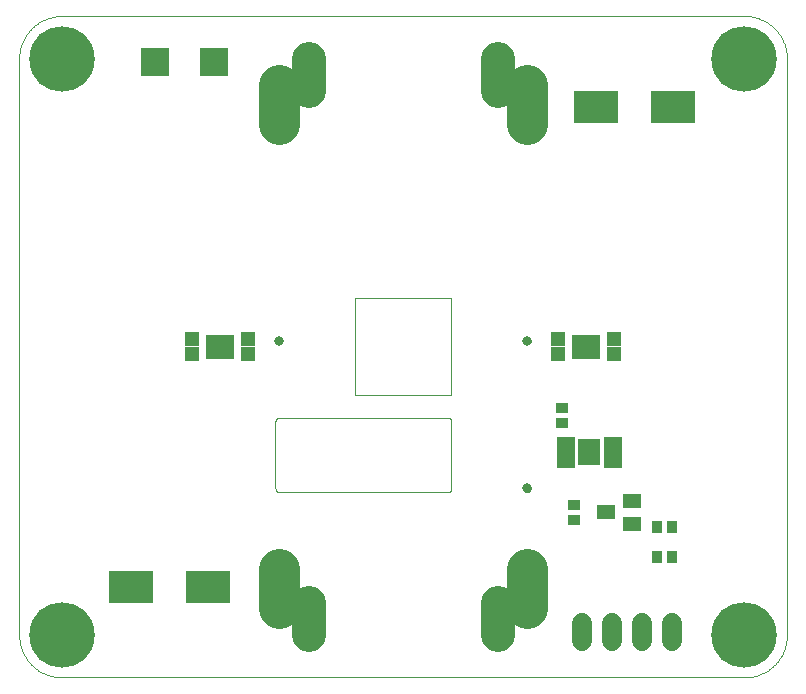
<source format=gts>
G75*
%MOIN*%
%OFA0B0*%
%FSLAX25Y25*%
%IPPOS*%
%LPD*%
%AMOC8*
5,1,8,0,0,1.08239X$1,22.5*
%
%ADD10C,0.00000*%
%ADD11C,0.03162*%
%ADD12R,0.06312X0.04737*%
%ADD13R,0.06115X0.02572*%
%ADD14R,0.07493X0.08674*%
%ADD15R,0.05131X0.04737*%
%ADD16R,0.09461X0.07887*%
%ADD17R,0.04343X0.03556*%
%ADD18R,0.03556X0.04343*%
%ADD19C,0.13792*%
%ADD20C,0.11430*%
%ADD21R,0.14580X0.10643*%
%ADD22C,0.21800*%
%ADD23C,0.06800*%
%ADD24R,0.09400X0.09400*%
D10*
X0016773Y0003000D02*
X0244332Y0003000D01*
X0244674Y0003004D01*
X0245017Y0003017D01*
X0245359Y0003037D01*
X0245700Y0003066D01*
X0246040Y0003103D01*
X0246380Y0003149D01*
X0246718Y0003202D01*
X0247055Y0003264D01*
X0247390Y0003334D01*
X0247724Y0003412D01*
X0248055Y0003498D01*
X0248385Y0003592D01*
X0248712Y0003694D01*
X0249036Y0003803D01*
X0249358Y0003921D01*
X0249677Y0004046D01*
X0249992Y0004179D01*
X0250305Y0004320D01*
X0250613Y0004468D01*
X0250919Y0004623D01*
X0251220Y0004786D01*
X0251517Y0004956D01*
X0251810Y0005133D01*
X0252099Y0005318D01*
X0252383Y0005509D01*
X0252663Y0005707D01*
X0252937Y0005911D01*
X0253207Y0006123D01*
X0253471Y0006340D01*
X0253730Y0006564D01*
X0253984Y0006795D01*
X0254232Y0007031D01*
X0254474Y0007273D01*
X0254710Y0007521D01*
X0254941Y0007775D01*
X0255165Y0008034D01*
X0255382Y0008298D01*
X0255594Y0008568D01*
X0255798Y0008842D01*
X0255996Y0009122D01*
X0256187Y0009406D01*
X0256372Y0009695D01*
X0256549Y0009988D01*
X0256719Y0010285D01*
X0256882Y0010586D01*
X0257037Y0010892D01*
X0257185Y0011200D01*
X0257326Y0011513D01*
X0257459Y0011828D01*
X0257584Y0012147D01*
X0257702Y0012469D01*
X0257811Y0012793D01*
X0257913Y0013120D01*
X0258007Y0013450D01*
X0258093Y0013781D01*
X0258171Y0014115D01*
X0258241Y0014450D01*
X0258303Y0014787D01*
X0258356Y0015125D01*
X0258402Y0015465D01*
X0258439Y0015805D01*
X0258468Y0016146D01*
X0258488Y0016488D01*
X0258501Y0016831D01*
X0258505Y0017173D01*
X0258506Y0017173D02*
X0258506Y0209299D01*
X0258505Y0209299D02*
X0258501Y0209641D01*
X0258488Y0209984D01*
X0258468Y0210326D01*
X0258439Y0210667D01*
X0258402Y0211007D01*
X0258356Y0211347D01*
X0258303Y0211685D01*
X0258241Y0212022D01*
X0258171Y0212357D01*
X0258093Y0212691D01*
X0258007Y0213022D01*
X0257913Y0213352D01*
X0257811Y0213679D01*
X0257702Y0214003D01*
X0257584Y0214325D01*
X0257459Y0214644D01*
X0257326Y0214959D01*
X0257185Y0215272D01*
X0257037Y0215580D01*
X0256882Y0215886D01*
X0256719Y0216187D01*
X0256549Y0216484D01*
X0256372Y0216777D01*
X0256187Y0217066D01*
X0255996Y0217350D01*
X0255798Y0217630D01*
X0255594Y0217904D01*
X0255382Y0218174D01*
X0255165Y0218438D01*
X0254941Y0218697D01*
X0254710Y0218951D01*
X0254474Y0219199D01*
X0254232Y0219441D01*
X0253984Y0219677D01*
X0253730Y0219908D01*
X0253471Y0220132D01*
X0253207Y0220349D01*
X0252937Y0220561D01*
X0252663Y0220765D01*
X0252383Y0220963D01*
X0252099Y0221154D01*
X0251810Y0221339D01*
X0251517Y0221516D01*
X0251220Y0221686D01*
X0250919Y0221849D01*
X0250613Y0222004D01*
X0250305Y0222152D01*
X0249992Y0222293D01*
X0249677Y0222426D01*
X0249358Y0222551D01*
X0249036Y0222669D01*
X0248712Y0222778D01*
X0248385Y0222880D01*
X0248055Y0222974D01*
X0247724Y0223060D01*
X0247390Y0223138D01*
X0247055Y0223208D01*
X0246718Y0223270D01*
X0246380Y0223323D01*
X0246040Y0223369D01*
X0245700Y0223406D01*
X0245359Y0223435D01*
X0245017Y0223455D01*
X0244674Y0223468D01*
X0244332Y0223472D01*
X0016773Y0223472D01*
X0016431Y0223468D01*
X0016088Y0223455D01*
X0015746Y0223435D01*
X0015405Y0223406D01*
X0015065Y0223369D01*
X0014725Y0223323D01*
X0014387Y0223270D01*
X0014050Y0223208D01*
X0013715Y0223138D01*
X0013381Y0223060D01*
X0013050Y0222974D01*
X0012720Y0222880D01*
X0012393Y0222778D01*
X0012069Y0222669D01*
X0011747Y0222551D01*
X0011428Y0222426D01*
X0011113Y0222293D01*
X0010800Y0222152D01*
X0010492Y0222004D01*
X0010186Y0221849D01*
X0009885Y0221686D01*
X0009588Y0221516D01*
X0009295Y0221339D01*
X0009006Y0221154D01*
X0008722Y0220963D01*
X0008442Y0220765D01*
X0008168Y0220561D01*
X0007898Y0220349D01*
X0007634Y0220132D01*
X0007375Y0219908D01*
X0007121Y0219677D01*
X0006873Y0219441D01*
X0006631Y0219199D01*
X0006395Y0218951D01*
X0006164Y0218697D01*
X0005940Y0218438D01*
X0005723Y0218174D01*
X0005511Y0217904D01*
X0005307Y0217630D01*
X0005109Y0217350D01*
X0004918Y0217066D01*
X0004733Y0216777D01*
X0004556Y0216484D01*
X0004386Y0216187D01*
X0004223Y0215886D01*
X0004068Y0215580D01*
X0003920Y0215272D01*
X0003779Y0214959D01*
X0003646Y0214644D01*
X0003521Y0214325D01*
X0003403Y0214003D01*
X0003294Y0213679D01*
X0003192Y0213352D01*
X0003098Y0213022D01*
X0003012Y0212691D01*
X0002934Y0212357D01*
X0002864Y0212022D01*
X0002802Y0211685D01*
X0002749Y0211347D01*
X0002703Y0211007D01*
X0002666Y0210667D01*
X0002637Y0210326D01*
X0002617Y0209984D01*
X0002604Y0209641D01*
X0002600Y0209299D01*
X0002600Y0017173D01*
X0002604Y0016831D01*
X0002617Y0016488D01*
X0002637Y0016146D01*
X0002666Y0015805D01*
X0002703Y0015465D01*
X0002749Y0015125D01*
X0002802Y0014787D01*
X0002864Y0014450D01*
X0002934Y0014115D01*
X0003012Y0013781D01*
X0003098Y0013450D01*
X0003192Y0013120D01*
X0003294Y0012793D01*
X0003403Y0012469D01*
X0003521Y0012147D01*
X0003646Y0011828D01*
X0003779Y0011513D01*
X0003920Y0011200D01*
X0004068Y0010892D01*
X0004223Y0010586D01*
X0004386Y0010285D01*
X0004556Y0009988D01*
X0004733Y0009695D01*
X0004918Y0009406D01*
X0005109Y0009122D01*
X0005307Y0008842D01*
X0005511Y0008568D01*
X0005723Y0008298D01*
X0005940Y0008034D01*
X0006164Y0007775D01*
X0006395Y0007521D01*
X0006631Y0007273D01*
X0006873Y0007031D01*
X0007121Y0006795D01*
X0007375Y0006564D01*
X0007634Y0006340D01*
X0007898Y0006123D01*
X0008168Y0005911D01*
X0008442Y0005707D01*
X0008722Y0005509D01*
X0009006Y0005318D01*
X0009295Y0005133D01*
X0009588Y0004956D01*
X0009885Y0004786D01*
X0010186Y0004623D01*
X0010492Y0004468D01*
X0010800Y0004320D01*
X0011113Y0004179D01*
X0011428Y0004046D01*
X0011747Y0003921D01*
X0012069Y0003803D01*
X0012393Y0003694D01*
X0012720Y0003592D01*
X0013050Y0003498D01*
X0013381Y0003412D01*
X0013715Y0003334D01*
X0014050Y0003264D01*
X0014387Y0003202D01*
X0014725Y0003149D01*
X0015065Y0003103D01*
X0015405Y0003066D01*
X0015746Y0003037D01*
X0016088Y0003017D01*
X0016431Y0003004D01*
X0016773Y0003000D01*
X0088033Y0066031D02*
X0088033Y0088433D01*
X0088035Y0088499D01*
X0088040Y0088565D01*
X0088050Y0088631D01*
X0088063Y0088696D01*
X0088079Y0088760D01*
X0088099Y0088823D01*
X0088123Y0088885D01*
X0088150Y0088945D01*
X0088180Y0089004D01*
X0088214Y0089061D01*
X0088251Y0089116D01*
X0088291Y0089169D01*
X0088333Y0089220D01*
X0088379Y0089268D01*
X0088427Y0089314D01*
X0088478Y0089356D01*
X0088531Y0089396D01*
X0088586Y0089433D01*
X0088643Y0089467D01*
X0088702Y0089497D01*
X0088762Y0089524D01*
X0088824Y0089548D01*
X0088887Y0089568D01*
X0088951Y0089584D01*
X0089016Y0089597D01*
X0089082Y0089607D01*
X0089148Y0089612D01*
X0089214Y0089614D01*
X0145513Y0089614D01*
X0145579Y0089612D01*
X0145645Y0089607D01*
X0145711Y0089597D01*
X0145776Y0089584D01*
X0145840Y0089568D01*
X0145903Y0089548D01*
X0145965Y0089524D01*
X0146025Y0089497D01*
X0146084Y0089467D01*
X0146141Y0089433D01*
X0146196Y0089396D01*
X0146249Y0089356D01*
X0146300Y0089314D01*
X0146348Y0089268D01*
X0146394Y0089220D01*
X0146436Y0089169D01*
X0146476Y0089116D01*
X0146513Y0089061D01*
X0146547Y0089004D01*
X0146577Y0088945D01*
X0146604Y0088885D01*
X0146628Y0088823D01*
X0146648Y0088760D01*
X0146664Y0088696D01*
X0146677Y0088631D01*
X0146687Y0088565D01*
X0146692Y0088499D01*
X0146694Y0088433D01*
X0146694Y0065992D01*
X0146692Y0065926D01*
X0146687Y0065860D01*
X0146677Y0065794D01*
X0146664Y0065729D01*
X0146648Y0065665D01*
X0146628Y0065602D01*
X0146604Y0065540D01*
X0146577Y0065480D01*
X0146547Y0065421D01*
X0146513Y0065364D01*
X0146476Y0065309D01*
X0146436Y0065256D01*
X0146394Y0065205D01*
X0146348Y0065157D01*
X0146300Y0065111D01*
X0146249Y0065069D01*
X0146196Y0065029D01*
X0146141Y0064992D01*
X0146084Y0064958D01*
X0146025Y0064928D01*
X0145965Y0064901D01*
X0145903Y0064877D01*
X0145840Y0064857D01*
X0145776Y0064841D01*
X0145711Y0064828D01*
X0145645Y0064818D01*
X0145579Y0064813D01*
X0145513Y0064811D01*
X0089214Y0064811D01*
X0089148Y0064813D01*
X0089082Y0064818D01*
X0089016Y0064828D01*
X0088951Y0064841D01*
X0088887Y0064857D01*
X0088824Y0064877D01*
X0088762Y0064901D01*
X0088702Y0064928D01*
X0088643Y0064958D01*
X0088586Y0064992D01*
X0088531Y0065029D01*
X0088478Y0065069D01*
X0088427Y0065111D01*
X0088379Y0065157D01*
X0088333Y0065205D01*
X0088291Y0065256D01*
X0088251Y0065309D01*
X0088214Y0065364D01*
X0088180Y0065421D01*
X0088150Y0065480D01*
X0088123Y0065540D01*
X0088099Y0065602D01*
X0088079Y0065665D01*
X0088063Y0065729D01*
X0088050Y0065794D01*
X0088040Y0065860D01*
X0088035Y0065926D01*
X0088033Y0065992D01*
X0114411Y0097094D02*
X0146694Y0097094D01*
X0146694Y0129378D01*
X0114411Y0129378D01*
X0114411Y0097094D01*
X0088033Y0115205D02*
X0088035Y0115274D01*
X0088041Y0115342D01*
X0088051Y0115410D01*
X0088065Y0115477D01*
X0088083Y0115544D01*
X0088104Y0115609D01*
X0088130Y0115673D01*
X0088159Y0115735D01*
X0088191Y0115795D01*
X0088227Y0115854D01*
X0088267Y0115910D01*
X0088309Y0115964D01*
X0088355Y0116015D01*
X0088404Y0116064D01*
X0088455Y0116110D01*
X0088509Y0116152D01*
X0088565Y0116192D01*
X0088623Y0116228D01*
X0088684Y0116260D01*
X0088746Y0116289D01*
X0088810Y0116315D01*
X0088875Y0116336D01*
X0088942Y0116354D01*
X0089009Y0116368D01*
X0089077Y0116378D01*
X0089145Y0116384D01*
X0089214Y0116386D01*
X0089283Y0116384D01*
X0089351Y0116378D01*
X0089419Y0116368D01*
X0089486Y0116354D01*
X0089553Y0116336D01*
X0089618Y0116315D01*
X0089682Y0116289D01*
X0089744Y0116260D01*
X0089804Y0116228D01*
X0089863Y0116192D01*
X0089919Y0116152D01*
X0089973Y0116110D01*
X0090024Y0116064D01*
X0090073Y0116015D01*
X0090119Y0115964D01*
X0090161Y0115910D01*
X0090201Y0115854D01*
X0090237Y0115795D01*
X0090269Y0115735D01*
X0090298Y0115673D01*
X0090324Y0115609D01*
X0090345Y0115544D01*
X0090363Y0115477D01*
X0090377Y0115410D01*
X0090387Y0115342D01*
X0090393Y0115274D01*
X0090395Y0115205D01*
X0090393Y0115136D01*
X0090387Y0115068D01*
X0090377Y0115000D01*
X0090363Y0114933D01*
X0090345Y0114866D01*
X0090324Y0114801D01*
X0090298Y0114737D01*
X0090269Y0114675D01*
X0090237Y0114614D01*
X0090201Y0114556D01*
X0090161Y0114500D01*
X0090119Y0114446D01*
X0090073Y0114395D01*
X0090024Y0114346D01*
X0089973Y0114300D01*
X0089919Y0114258D01*
X0089863Y0114218D01*
X0089805Y0114182D01*
X0089744Y0114150D01*
X0089682Y0114121D01*
X0089618Y0114095D01*
X0089553Y0114074D01*
X0089486Y0114056D01*
X0089419Y0114042D01*
X0089351Y0114032D01*
X0089283Y0114026D01*
X0089214Y0114024D01*
X0089145Y0114026D01*
X0089077Y0114032D01*
X0089009Y0114042D01*
X0088942Y0114056D01*
X0088875Y0114074D01*
X0088810Y0114095D01*
X0088746Y0114121D01*
X0088684Y0114150D01*
X0088623Y0114182D01*
X0088565Y0114218D01*
X0088509Y0114258D01*
X0088455Y0114300D01*
X0088404Y0114346D01*
X0088355Y0114395D01*
X0088309Y0114446D01*
X0088267Y0114500D01*
X0088227Y0114556D01*
X0088191Y0114614D01*
X0088159Y0114675D01*
X0088130Y0114737D01*
X0088104Y0114801D01*
X0088083Y0114866D01*
X0088065Y0114933D01*
X0088051Y0115000D01*
X0088041Y0115068D01*
X0088035Y0115136D01*
X0088033Y0115205D01*
X0170710Y0115205D02*
X0170712Y0115274D01*
X0170718Y0115342D01*
X0170728Y0115410D01*
X0170742Y0115477D01*
X0170760Y0115544D01*
X0170781Y0115609D01*
X0170807Y0115673D01*
X0170836Y0115735D01*
X0170868Y0115795D01*
X0170904Y0115854D01*
X0170944Y0115910D01*
X0170986Y0115964D01*
X0171032Y0116015D01*
X0171081Y0116064D01*
X0171132Y0116110D01*
X0171186Y0116152D01*
X0171242Y0116192D01*
X0171300Y0116228D01*
X0171361Y0116260D01*
X0171423Y0116289D01*
X0171487Y0116315D01*
X0171552Y0116336D01*
X0171619Y0116354D01*
X0171686Y0116368D01*
X0171754Y0116378D01*
X0171822Y0116384D01*
X0171891Y0116386D01*
X0171960Y0116384D01*
X0172028Y0116378D01*
X0172096Y0116368D01*
X0172163Y0116354D01*
X0172230Y0116336D01*
X0172295Y0116315D01*
X0172359Y0116289D01*
X0172421Y0116260D01*
X0172481Y0116228D01*
X0172540Y0116192D01*
X0172596Y0116152D01*
X0172650Y0116110D01*
X0172701Y0116064D01*
X0172750Y0116015D01*
X0172796Y0115964D01*
X0172838Y0115910D01*
X0172878Y0115854D01*
X0172914Y0115795D01*
X0172946Y0115735D01*
X0172975Y0115673D01*
X0173001Y0115609D01*
X0173022Y0115544D01*
X0173040Y0115477D01*
X0173054Y0115410D01*
X0173064Y0115342D01*
X0173070Y0115274D01*
X0173072Y0115205D01*
X0173070Y0115136D01*
X0173064Y0115068D01*
X0173054Y0115000D01*
X0173040Y0114933D01*
X0173022Y0114866D01*
X0173001Y0114801D01*
X0172975Y0114737D01*
X0172946Y0114675D01*
X0172914Y0114614D01*
X0172878Y0114556D01*
X0172838Y0114500D01*
X0172796Y0114446D01*
X0172750Y0114395D01*
X0172701Y0114346D01*
X0172650Y0114300D01*
X0172596Y0114258D01*
X0172540Y0114218D01*
X0172482Y0114182D01*
X0172421Y0114150D01*
X0172359Y0114121D01*
X0172295Y0114095D01*
X0172230Y0114074D01*
X0172163Y0114056D01*
X0172096Y0114042D01*
X0172028Y0114032D01*
X0171960Y0114026D01*
X0171891Y0114024D01*
X0171822Y0114026D01*
X0171754Y0114032D01*
X0171686Y0114042D01*
X0171619Y0114056D01*
X0171552Y0114074D01*
X0171487Y0114095D01*
X0171423Y0114121D01*
X0171361Y0114150D01*
X0171300Y0114182D01*
X0171242Y0114218D01*
X0171186Y0114258D01*
X0171132Y0114300D01*
X0171081Y0114346D01*
X0171032Y0114395D01*
X0170986Y0114446D01*
X0170944Y0114500D01*
X0170904Y0114556D01*
X0170868Y0114614D01*
X0170836Y0114675D01*
X0170807Y0114737D01*
X0170781Y0114801D01*
X0170760Y0114866D01*
X0170742Y0114933D01*
X0170728Y0115000D01*
X0170718Y0115068D01*
X0170712Y0115136D01*
X0170710Y0115205D01*
X0170710Y0065992D02*
X0170712Y0066061D01*
X0170718Y0066129D01*
X0170728Y0066197D01*
X0170742Y0066264D01*
X0170760Y0066331D01*
X0170781Y0066396D01*
X0170807Y0066460D01*
X0170836Y0066522D01*
X0170868Y0066582D01*
X0170904Y0066641D01*
X0170944Y0066697D01*
X0170986Y0066751D01*
X0171032Y0066802D01*
X0171081Y0066851D01*
X0171132Y0066897D01*
X0171186Y0066939D01*
X0171242Y0066979D01*
X0171300Y0067015D01*
X0171361Y0067047D01*
X0171423Y0067076D01*
X0171487Y0067102D01*
X0171552Y0067123D01*
X0171619Y0067141D01*
X0171686Y0067155D01*
X0171754Y0067165D01*
X0171822Y0067171D01*
X0171891Y0067173D01*
X0171960Y0067171D01*
X0172028Y0067165D01*
X0172096Y0067155D01*
X0172163Y0067141D01*
X0172230Y0067123D01*
X0172295Y0067102D01*
X0172359Y0067076D01*
X0172421Y0067047D01*
X0172481Y0067015D01*
X0172540Y0066979D01*
X0172596Y0066939D01*
X0172650Y0066897D01*
X0172701Y0066851D01*
X0172750Y0066802D01*
X0172796Y0066751D01*
X0172838Y0066697D01*
X0172878Y0066641D01*
X0172914Y0066582D01*
X0172946Y0066522D01*
X0172975Y0066460D01*
X0173001Y0066396D01*
X0173022Y0066331D01*
X0173040Y0066264D01*
X0173054Y0066197D01*
X0173064Y0066129D01*
X0173070Y0066061D01*
X0173072Y0065992D01*
X0173070Y0065923D01*
X0173064Y0065855D01*
X0173054Y0065787D01*
X0173040Y0065720D01*
X0173022Y0065653D01*
X0173001Y0065588D01*
X0172975Y0065524D01*
X0172946Y0065462D01*
X0172914Y0065401D01*
X0172878Y0065343D01*
X0172838Y0065287D01*
X0172796Y0065233D01*
X0172750Y0065182D01*
X0172701Y0065133D01*
X0172650Y0065087D01*
X0172596Y0065045D01*
X0172540Y0065005D01*
X0172482Y0064969D01*
X0172421Y0064937D01*
X0172359Y0064908D01*
X0172295Y0064882D01*
X0172230Y0064861D01*
X0172163Y0064843D01*
X0172096Y0064829D01*
X0172028Y0064819D01*
X0171960Y0064813D01*
X0171891Y0064811D01*
X0171822Y0064813D01*
X0171754Y0064819D01*
X0171686Y0064829D01*
X0171619Y0064843D01*
X0171552Y0064861D01*
X0171487Y0064882D01*
X0171423Y0064908D01*
X0171361Y0064937D01*
X0171300Y0064969D01*
X0171242Y0065005D01*
X0171186Y0065045D01*
X0171132Y0065087D01*
X0171081Y0065133D01*
X0171032Y0065182D01*
X0170986Y0065233D01*
X0170944Y0065287D01*
X0170904Y0065343D01*
X0170868Y0065401D01*
X0170836Y0065462D01*
X0170807Y0065524D01*
X0170781Y0065588D01*
X0170760Y0065653D01*
X0170742Y0065720D01*
X0170728Y0065787D01*
X0170718Y0065855D01*
X0170712Y0065923D01*
X0170710Y0065992D01*
D11*
X0171891Y0065992D03*
X0171891Y0115205D03*
X0089214Y0115205D03*
D12*
X0198269Y0058000D03*
X0206931Y0054260D03*
X0206931Y0061740D03*
D13*
X0200376Y0074161D03*
X0200376Y0076720D03*
X0200376Y0079280D03*
X0200376Y0081839D03*
X0184824Y0081839D03*
X0184824Y0079280D03*
X0184824Y0076720D03*
X0184824Y0074161D03*
D14*
X0192600Y0078000D03*
D15*
X0201025Y0110677D03*
X0201025Y0115795D03*
X0182128Y0115795D03*
X0182128Y0110677D03*
X0078978Y0110677D03*
X0078978Y0115795D03*
X0060080Y0115795D03*
X0060080Y0110677D03*
D16*
X0069529Y0113236D03*
X0191576Y0113236D03*
D17*
X0183486Y0092941D03*
X0183486Y0087823D03*
X0187600Y0060559D03*
X0187600Y0055441D03*
D18*
X0215041Y0053000D03*
X0220159Y0053000D03*
X0220159Y0043000D03*
X0215041Y0043000D03*
D19*
X0171891Y0039102D02*
X0171891Y0026110D01*
X0089214Y0026110D02*
X0089214Y0039102D01*
X0089214Y0187370D02*
X0089214Y0200362D01*
X0171891Y0200362D02*
X0171891Y0187370D01*
D20*
X0162049Y0198551D02*
X0162049Y0209181D01*
X0099057Y0209181D02*
X0099057Y0198551D01*
X0099057Y0027921D02*
X0099057Y0017291D01*
X0162049Y0017291D02*
X0162049Y0027921D01*
D21*
X0065395Y0033000D03*
X0039805Y0033000D03*
X0194805Y0193000D03*
X0220395Y0193000D03*
D22*
X0244332Y0209299D03*
X0244332Y0017173D03*
X0016773Y0017173D03*
X0016773Y0209299D03*
D23*
X0190100Y0021000D02*
X0190100Y0015000D01*
X0200100Y0015000D02*
X0200100Y0021000D01*
X0210100Y0021000D02*
X0210100Y0015000D01*
X0220100Y0015000D02*
X0220100Y0021000D01*
D24*
X0067600Y0208000D03*
X0047915Y0208000D03*
M02*

</source>
